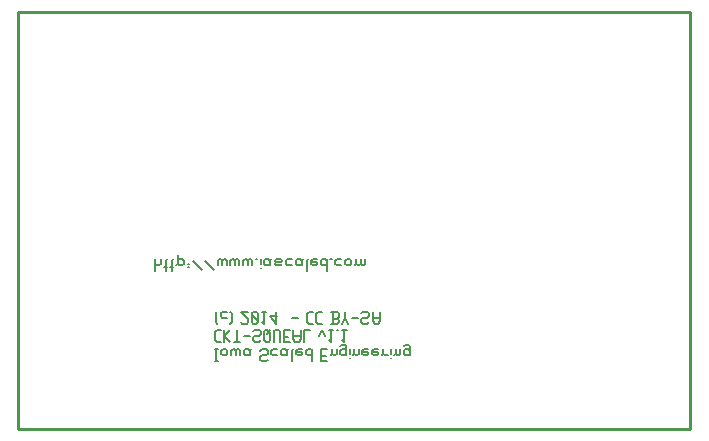
<source format=gbr>
G04 start of page 9 for group -4078 idx -4078 *
G04 Title: (unknown), bottomsilk *
G04 Creator: pcb 20110918 *
G04 CreationDate: Fri 20 Jun 2014 04:10:56 PM GMT UTC *
G04 For: ndholmes *
G04 Format: Gerber/RS-274X *
G04 PCB-Dimensions: 225000 140000 *
G04 PCB-Coordinate-Origin: lower left *
%MOIN*%
%FSLAX25Y25*%
%LNBOTTOMSILK*%
%ADD77C,0.0080*%
%ADD76C,0.0100*%
G54D76*X500Y58500D02*Y139500D01*
X179500D01*
X164500D02*X224500D01*
Y500D01*
X500D01*
Y61000D01*
G54D77*X66000Y23000D02*X67000D01*
X66500D02*Y27000D01*
X66000D02*X67000D01*
X68200Y25500D02*Y26500D01*
Y25500D02*X68700Y25000D01*
X69700D01*
X70200Y25500D01*
Y26500D01*
X69700Y27000D02*X70200Y26500D01*
X68700Y27000D02*X69700D01*
X68200Y26500D02*X68700Y27000D01*
X71400Y25000D02*Y26500D01*
X71900Y27000D01*
X72400D01*
X72900Y26500D01*
Y25000D02*Y26500D01*
X73400Y27000D01*
X73900D01*
X74400Y26500D01*
Y25000D02*Y26500D01*
X77100Y25000D02*X77600Y25500D01*
X76100Y25000D02*X77100D01*
X75600Y25500D02*X76100Y25000D01*
X75600Y25500D02*Y26500D01*
X76100Y27000D01*
X77600Y25000D02*Y26500D01*
X78100Y27000D01*
X76100D02*X77100D01*
X77600Y26500D01*
X83100Y23000D02*X83600Y23500D01*
X81600Y23000D02*X83100D01*
X81100Y23500D02*X81600Y23000D01*
X81100Y23500D02*Y24500D01*
X81600Y25000D01*
X83100D01*
X83600Y25500D01*
Y26500D01*
X83100Y27000D02*X83600Y26500D01*
X81600Y27000D02*X83100D01*
X81100Y26500D02*X81600Y27000D01*
X85300Y25000D02*X86800D01*
X84800Y25500D02*X85300Y25000D01*
X84800Y25500D02*Y26500D01*
X85300Y27000D01*
X86800D01*
X89500Y25000D02*X90000Y25500D01*
X88500Y25000D02*X89500D01*
X88000Y25500D02*X88500Y25000D01*
X88000Y25500D02*Y26500D01*
X88500Y27000D01*
X90000Y25000D02*Y26500D01*
X90500Y27000D01*
X88500D02*X89500D01*
X90000Y26500D01*
X91700Y23000D02*Y26500D01*
X92200Y27000D01*
X93700D02*X95200D01*
X93200Y26500D02*X93700Y27000D01*
X93200Y25500D02*Y26500D01*
Y25500D02*X93700Y25000D01*
X94700D01*
X95200Y25500D01*
X93200Y26000D02*X95200D01*
Y25500D02*Y26000D01*
X98400Y23000D02*Y27000D01*
X97900D02*X98400Y26500D01*
X96900Y27000D02*X97900D01*
X96400Y26500D02*X96900Y27000D01*
X96400Y25500D02*Y26500D01*
Y25500D02*X96900Y25000D01*
X97900D01*
X98400Y25500D01*
X101400Y24800D02*X102900D01*
X101400Y27000D02*X103400D01*
X101400Y23000D02*Y27000D01*
Y23000D02*X103400D01*
X105100Y25500D02*Y27000D01*
Y25500D02*X105600Y25000D01*
X106100D01*
X106600Y25500D01*
Y27000D01*
X104600Y25000D02*X105100Y25500D01*
X109300Y25000D02*X109800Y25500D01*
X108300Y25000D02*X109300D01*
X107800Y25500D02*X108300Y25000D01*
X107800Y25500D02*Y26500D01*
X108300Y27000D01*
X109300D01*
X109800Y26500D01*
X107800Y28000D02*X108300Y28500D01*
X109300D01*
X109800Y28000D01*
Y25000D02*Y28000D01*
X111000Y24000D02*Y24100D01*
Y25500D02*Y27000D01*
X112500Y25500D02*Y27000D01*
Y25500D02*X113000Y25000D01*
X113500D01*
X114000Y25500D01*
Y27000D01*
X112000Y25000D02*X112500Y25500D01*
X115700Y27000D02*X117200D01*
X115200Y26500D02*X115700Y27000D01*
X115200Y25500D02*Y26500D01*
Y25500D02*X115700Y25000D01*
X116700D01*
X117200Y25500D01*
X115200Y26000D02*X117200D01*
Y25500D02*Y26000D01*
X118900Y27000D02*X120400D01*
X118400Y26500D02*X118900Y27000D01*
X118400Y25500D02*Y26500D01*
Y25500D02*X118900Y25000D01*
X119900D01*
X120400Y25500D01*
X118400Y26000D02*X120400D01*
Y25500D02*Y26000D01*
X122100Y25500D02*Y27000D01*
Y25500D02*X122600Y25000D01*
X123600D01*
X121600D02*X122100Y25500D01*
X124800Y24000D02*Y24100D01*
Y25500D02*Y27000D01*
X126300Y25500D02*Y27000D01*
Y25500D02*X126800Y25000D01*
X127300D01*
X127800Y25500D01*
Y27000D01*
X125800Y25000D02*X126300Y25500D01*
X130500Y25000D02*X131000Y25500D01*
X129500Y25000D02*X130500D01*
X129000Y25500D02*X129500Y25000D01*
X129000Y25500D02*Y26500D01*
X129500Y27000D01*
X130500D01*
X131000Y26500D01*
X129000Y28000D02*X129500Y28500D01*
X130500D01*
X131000Y28000D01*
Y25000D02*Y28000D01*
X46000Y53000D02*Y57000D01*
Y55500D02*X46500Y55000D01*
X47500D01*
X48000Y55500D01*
Y57000D01*
X49700Y53000D02*Y56500D01*
X50200Y57000D01*
X49200Y54500D02*X50200D01*
X51700Y53000D02*Y56500D01*
X52200Y57000D01*
X51200Y54500D02*X52200D01*
X53700Y55500D02*Y58500D01*
X53200Y55000D02*X53700Y55500D01*
X54200Y55000D01*
X55200D01*
X55700Y55500D01*
Y56500D01*
X55200Y57000D02*X55700Y56500D01*
X54200Y57000D02*X55200D01*
X53700Y56500D02*X54200Y57000D01*
X56900Y54500D02*X57400D01*
X56900Y55500D02*X57400D01*
X58600Y56500D02*X61600Y53500D01*
X62800Y56500D02*X65800Y53500D01*
X67000Y55000D02*Y56500D01*
X67500Y57000D01*
X68000D01*
X68500Y56500D01*
Y55000D02*Y56500D01*
X69000Y57000D01*
X69500D01*
X70000Y56500D01*
Y55000D02*Y56500D01*
X71200Y55000D02*Y56500D01*
X71700Y57000D01*
X72200D01*
X72700Y56500D01*
Y55000D02*Y56500D01*
X73200Y57000D01*
X73700D01*
X74200Y56500D01*
Y55000D02*Y56500D01*
X75400Y55000D02*Y56500D01*
X75900Y57000D01*
X76400D01*
X76900Y56500D01*
Y55000D02*Y56500D01*
X77400Y57000D01*
X77900D01*
X78400Y56500D01*
Y55000D02*Y56500D01*
X79600Y57000D02*X80100D01*
X81300Y54000D02*Y54100D01*
Y55500D02*Y57000D01*
X83800Y55000D02*X84300Y55500D01*
X82800Y55000D02*X83800D01*
X82300Y55500D02*X82800Y55000D01*
X82300Y55500D02*Y56500D01*
X82800Y57000D01*
X84300Y55000D02*Y56500D01*
X84800Y57000D01*
X82800D02*X83800D01*
X84300Y56500D01*
X86500Y57000D02*X88000D01*
X88500Y56500D01*
X88000Y56000D02*X88500Y56500D01*
X86500Y56000D02*X88000D01*
X86000Y55500D02*X86500Y56000D01*
X86000Y55500D02*X86500Y55000D01*
X88000D01*
X88500Y55500D01*
X86000Y56500D02*X86500Y57000D01*
X90200Y55000D02*X91700D01*
X89700Y55500D02*X90200Y55000D01*
X89700Y55500D02*Y56500D01*
X90200Y57000D01*
X91700D01*
X94400Y55000D02*X94900Y55500D01*
X93400Y55000D02*X94400D01*
X92900Y55500D02*X93400Y55000D01*
X92900Y55500D02*Y56500D01*
X93400Y57000D01*
X94900Y55000D02*Y56500D01*
X95400Y57000D01*
X93400D02*X94400D01*
X94900Y56500D01*
X96600Y53000D02*Y56500D01*
X97100Y57000D01*
X98600D02*X100100D01*
X98100Y56500D02*X98600Y57000D01*
X98100Y55500D02*Y56500D01*
Y55500D02*X98600Y55000D01*
X99600D01*
X100100Y55500D01*
X98100Y56000D02*X100100D01*
Y55500D02*Y56000D01*
X103300Y53000D02*Y57000D01*
X102800D02*X103300Y56500D01*
X101800Y57000D02*X102800D01*
X101300Y56500D02*X101800Y57000D01*
X101300Y55500D02*Y56500D01*
Y55500D02*X101800Y55000D01*
X102800D01*
X103300Y55500D01*
X104500Y57000D02*X105000D01*
X106700Y55000D02*X108200D01*
X106200Y55500D02*X106700Y55000D01*
X106200Y55500D02*Y56500D01*
X106700Y57000D01*
X108200D01*
X109400Y55500D02*Y56500D01*
Y55500D02*X109900Y55000D01*
X110900D01*
X111400Y55500D01*
Y56500D01*
X110900Y57000D02*X111400Y56500D01*
X109900Y57000D02*X110900D01*
X109400Y56500D02*X109900Y57000D01*
X113100Y55500D02*Y57000D01*
Y55500D02*X113600Y55000D01*
X114100D01*
X114600Y55500D01*
Y57000D01*
Y55500D02*X115100Y55000D01*
X115600D01*
X116100Y55500D01*
Y57000D01*
X112600Y55000D02*X113100Y55500D01*
X66250Y39000D02*X66750Y39500D01*
X66250Y36000D02*X66750Y35500D01*
X66250Y36000D02*Y39000D01*
X68450Y37500D02*X69950D01*
X67950Y38000D02*X68450Y37500D01*
X67950Y38000D02*Y39000D01*
X68450Y39500D01*
X69950D01*
X71150Y35500D02*X71650Y36000D01*
Y39000D01*
X71150Y39500D02*X71650Y39000D01*
X74650Y36000D02*X75150Y35500D01*
X76650D01*
X77150Y36000D01*
Y37000D01*
X74650Y39500D02*X77150Y37000D01*
X74650Y39500D02*X77150D01*
X78350Y39000D02*X78850Y39500D01*
X78350Y36000D02*Y39000D01*
Y36000D02*X78850Y35500D01*
X79850D01*
X80350Y36000D01*
Y39000D01*
X79850Y39500D02*X80350Y39000D01*
X78850Y39500D02*X79850D01*
X78350Y38500D02*X80350Y36500D01*
X81550Y36300D02*X82350Y35500D01*
Y39500D01*
X81550D02*X83050D01*
X84250Y38000D02*X86250Y35500D01*
X84250Y38000D02*X86750D01*
X86250Y35500D02*Y39500D01*
X91550Y37500D02*X93550D01*
X97250Y39500D02*X98550D01*
X96550Y38800D02*X97250Y39500D01*
X96550Y36200D02*Y38800D01*
Y36200D02*X97250Y35500D01*
X98550D01*
X100450Y39500D02*X101750D01*
X99750Y38800D02*X100450Y39500D01*
X99750Y36200D02*Y38800D01*
Y36200D02*X100450Y35500D01*
X101750D01*
X104750Y39500D02*X106750D01*
X107250Y39000D01*
Y37800D02*Y39000D01*
X106750Y37300D02*X107250Y37800D01*
X105250Y37300D02*X106750D01*
X105250Y35500D02*Y39500D01*
X104750Y35500D02*X106750D01*
X107250Y36000D01*
Y36800D01*
X106750Y37300D02*X107250Y36800D01*
X108450Y35500D02*X109450Y37500D01*
X110450Y35500D01*
X109450Y37500D02*Y39500D01*
X111650Y37500D02*X113650D01*
X116850Y35500D02*X117350Y36000D01*
X115350Y35500D02*X116850D01*
X114850Y36000D02*X115350Y35500D01*
X114850Y36000D02*Y37000D01*
X115350Y37500D01*
X116850D01*
X117350Y38000D01*
Y39000D01*
X116850Y39500D02*X117350Y39000D01*
X115350Y39500D02*X116850D01*
X114850Y39000D02*X115350Y39500D01*
X118550Y36500D02*Y39500D01*
Y36500D02*X119250Y35500D01*
X120350D01*
X121050Y36500D01*
Y39500D01*
X118550Y37500D02*X121050D01*
X66700Y33500D02*X68000D01*
X66000Y32800D02*X66700Y33500D01*
X66000Y30200D02*Y32800D01*
Y30200D02*X66700Y29500D01*
X68000D01*
X69200D02*Y33500D01*
Y31500D02*X71200Y29500D01*
X69200Y31500D02*X71200Y33500D01*
X72400Y29500D02*X74400D01*
X73400D02*Y33500D01*
X75600Y31500D02*X77600D01*
X80800Y29500D02*X81300Y30000D01*
X79300Y29500D02*X80800D01*
X78800Y30000D02*X79300Y29500D01*
X78800Y30000D02*Y31000D01*
X79300Y31500D01*
X80800D01*
X81300Y32000D01*
Y33000D01*
X80800Y33500D02*X81300Y33000D01*
X79300Y33500D02*X80800D01*
X78800Y33000D02*X79300Y33500D01*
X82500Y30000D02*Y33000D01*
Y30000D02*X83000Y29500D01*
X84000D01*
X84500Y30000D01*
Y32500D01*
X83500Y33500D02*X84500Y32500D01*
X83000Y33500D02*X83500D01*
X82500Y33000D02*X83000Y33500D01*
X83500Y32000D02*X84500Y33500D01*
X85700Y29500D02*Y33000D01*
X86200Y33500D01*
X87200D01*
X87700Y33000D01*
Y29500D02*Y33000D01*
X88900Y31300D02*X90400D01*
X88900Y33500D02*X90900D01*
X88900Y29500D02*Y33500D01*
Y29500D02*X90900D01*
X92100Y30500D02*Y33500D01*
Y30500D02*X92800Y29500D01*
X93900D01*
X94600Y30500D01*
Y33500D01*
X92100Y31500D02*X94600D01*
X95800Y29500D02*Y33500D01*
X97800D01*
X100800Y31500D02*X101800Y33500D01*
X102800Y31500D02*X101800Y33500D01*
X104000Y30300D02*X104800Y29500D01*
Y33500D01*
X104000D02*X105500D01*
X106700D02*X107200D01*
X108400Y30300D02*X109200Y29500D01*
Y33500D01*
X108400D02*X109900D01*
M02*

</source>
